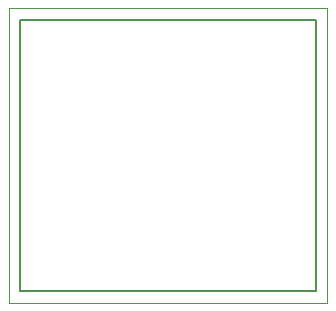
<source format=gbr>
%TF.GenerationSoftware,KiCad,Pcbnew,(6.0.7-1)-1*%
%TF.CreationDate,2023-10-29T12:02:16+10:00*%
%TF.ProjectId,Right Console Output,52696768-7420-4436-9f6e-736f6c65204f,rev?*%
%TF.SameCoordinates,Original*%
%TF.FileFunction,OtherDrawing,Comment*%
%FSLAX46Y46*%
G04 Gerber Fmt 4.6, Leading zero omitted, Abs format (unit mm)*
G04 Created by KiCad (PCBNEW (6.0.7-1)-1) date 2023-10-29 12:02:16*
%MOMM*%
%LPD*%
G01*
G04 APERTURE LIST*
%ADD10C,0.200000*%
%ADD11C,0.100000*%
G04 APERTURE END LIST*
D10*
%TO.C,U1*%
X135995000Y-127375000D02*
X110995000Y-127375000D01*
D11*
X136995000Y-103375000D02*
X136995000Y-128375000D01*
D10*
X110995000Y-104375000D02*
X135995000Y-104375000D01*
D11*
X136995000Y-128375000D02*
X109995000Y-128375000D01*
D10*
X135995000Y-104375000D02*
X135995000Y-127375000D01*
X110995000Y-127375000D02*
X110995000Y-104375000D01*
D11*
X109995000Y-103375000D02*
X136995000Y-103375000D01*
X109995000Y-128375000D02*
X109995000Y-103375000D01*
%TD*%
M02*

</source>
